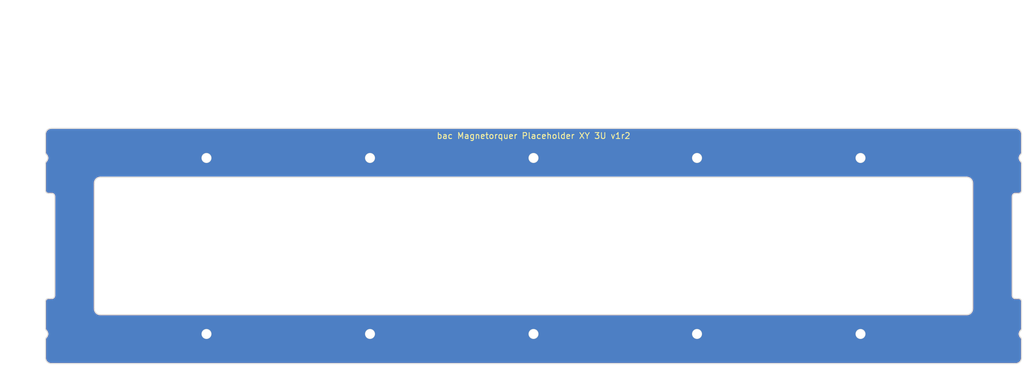
<source format=kicad_pcb>
(kicad_pcb (version 20240108) (generator "pcbnew") (generator_version "8.0")
  (title_block (title "bac Magnetorquer Placeholder XY 3U v1") (date "2025-03-20") (rev "2") (company "Build a CubeSat") (comment 1 "Manuel Imboden") (comment 2 "CC BY-SA 4.0") (comment 3 "https://buildacubesat.space"))
  (layers (0 "F.Cu" signal) (31 "B.Cu" mixed) (34 "B.Paste" user) (35 "F.Paste" user) (36 "B.SilkS" user "B.Silkscreen") (37 "F.SilkS" user "F.Silkscreen") (38 "B.Mask" user) (39 "F.Mask" user) (44 "Edge.Cuts" user))
  (net 0 "")
  (net 1 "GND")
  (footprint "MountingHole:MountingHole_3.2mm_M3_ISO14580_Pad_TopBottom" (layer "F.Cu") (at 149.460786 131.885785)
    (property "Reference" "H106" (hide yes))
    (property "Value" "MountingHole_Pad")
    (pad "1" thru_hole circle (at 0 0) (size 3.6 3.6) (drill 3.2) (layers "*.Cu" "*.Mask" "In1.Cu" "In2.Cu" "In3.Cu" "In4.Cu" "In5.Cu" "In6.Cu" "In7.Cu" "In8.Cu" "In9.Cu" "In10.Cu" "In11.Cu" "In12.Cu" "In13.Cu" "In14.Cu" "In15.Cu" "In16.Cu" "In17.Cu" "In18.Cu" "In19.Cu" "In20.Cu" "In21.Cu" "In22.Cu" "In23.Cu" "In24.Cu" "In25.Cu" "In26.Cu" "In27.Cu" "In28.Cu" "In29.Cu" "In30.Cu") (net 1 "GND"))
    (pad "1" connect circle (at 0 0) (size 5.5 5.5) (layers "F.Cu" "F.Mask") (net 1 "GND"))
    (pad "1" connect circle (at 0 0) (size 5.5 5.5) (layers "B.Cu" "B.Mask") (net 1 "GND"))
  )
  (footprint "MountingHole:MountingHole_3.2mm_M3_ISO14580_Pad_TopBottom" (layer "F.Cu") (at 314.45 72.7)
    (property "Reference" "H107" (hide yes))
    (property "Value" "MountingHole_Pad")
    (pad "1" thru_hole circle (at 0 0) (size 3.6 3.6) (drill 3.2) (layers "*.Cu" "*.Mask" "In1.Cu" "In2.Cu" "In3.Cu" "In4.Cu" "In5.Cu" "In6.Cu" "In7.Cu" "In8.Cu" "In9.Cu" "In10.Cu" "In11.Cu" "In12.Cu" "In13.Cu" "In14.Cu" "In15.Cu" "In16.Cu" "In17.Cu" "In18.Cu" "In19.Cu" "In20.Cu" "In21.Cu" "In22.Cu" "In23.Cu" "In24.Cu" "In25.Cu" "In26.Cu" "In27.Cu" "In28.Cu" "In29.Cu" "In30.Cu") (net 1 "GND"))
    (pad "1" connect circle (at 0 0) (size 5.5 5.5) (layers "F.Cu" "F.Mask") (net 1 "GND"))
    (pad "1" connect circle (at 0 0) (size 5.5 5.5) (layers "B.Cu" "B.Mask") (net 1 "GND"))
  )
  (footprint "MountingHole:MountingHole_3.2mm_M3_ISO14580_Pad_TopBottom" (layer "F.Cu") (at 149.460786 72.685785)
    (property "Reference" "H105" (hide yes))
    (property "Value" "MountingHole_Pad")
    (pad "1" thru_hole circle (at 0 0) (size 3.6 3.6) (drill 3.2) (layers "*.Cu" "*.Mask" "In1.Cu" "In2.Cu" "In3.Cu" "In4.Cu" "In5.Cu" "In6.Cu" "In7.Cu" "In8.Cu" "In9.Cu" "In10.Cu" "In11.Cu" "In12.Cu" "In13.Cu" "In14.Cu" "In15.Cu" "In16.Cu" "In17.Cu" "In18.Cu" "In19.Cu" "In20.Cu" "In21.Cu" "In22.Cu" "In23.Cu" "In24.Cu" "In25.Cu" "In26.Cu" "In27.Cu" "In28.Cu" "In29.Cu" "In30.Cu") (net 1 "GND"))
    (pad "1" connect circle (at 0 0) (size 5.5 5.5) (layers "F.Cu" "F.Mask") (net 1 "GND"))
    (pad "1" connect circle (at 0 0) (size 5.5 5.5) (layers "B.Cu" "B.Mask") (net 1 "GND"))
  )
  (footprint "MountingHole:MountingHole_3.2mm_M3_ISO14580_Pad_TopBottom" (layer "F.Cu") (at 94.45 131.9)
    (property "Reference" "H110" (hide yes))
    (property "Value" "MountingHole_Pad")
    (pad "1" thru_hole circle (at 0 0) (size 3.6 3.6) (drill 3.2) (layers "*.Cu" "*.Mask" "In1.Cu" "In2.Cu" "In3.Cu" "In4.Cu" "In5.Cu" "In6.Cu" "In7.Cu" "In8.Cu" "In9.Cu" "In10.Cu" "In11.Cu" "In12.Cu" "In13.Cu" "In14.Cu" "In15.Cu" "In16.Cu" "In17.Cu" "In18.Cu" "In19.Cu" "In20.Cu" "In21.Cu" "In22.Cu" "In23.Cu" "In24.Cu" "In25.Cu" "In26.Cu" "In27.Cu" "In28.Cu" "In29.Cu" "In30.Cu") (net 1 "GND"))
    (pad "1" connect circle (at 0 0) (size 5.5 5.5) (layers "F.Cu" "F.Mask") (net 1 "GND"))
    (pad "1" connect circle (at 0 0) (size 5.5 5.5) (layers "B.Cu" "B.Mask") (net 1 "GND"))
  )
  (footprint "MountingHole:MountingHole_3.2mm_M3_ISO14580_Pad_TopBottom" (layer "F.Cu") (at 259.460786 72.685785)
    (property "Reference" "H101" (hide yes))
    (property "Value" "MountingHole_Pad")
    (pad "1" thru_hole circle (at 0 0) (size 3.6 3.6) (drill 3.2) (layers "*.Cu" "*.Mask" "In1.Cu" "In2.Cu" "In3.Cu" "In4.Cu" "In5.Cu" "In6.Cu" "In7.Cu" "In8.Cu" "In9.Cu" "In10.Cu" "In11.Cu" "In12.Cu" "In13.Cu" "In14.Cu" "In15.Cu" "In16.Cu" "In17.Cu" "In18.Cu" "In19.Cu" "In20.Cu" "In21.Cu" "In22.Cu" "In23.Cu" "In24.Cu" "In25.Cu" "In26.Cu" "In27.Cu" "In28.Cu" "In29.Cu" "In30.Cu") (net 1 "GND"))
    (pad "1" connect circle (at 0 0) (size 5.5 5.5) (layers "F.Cu" "F.Mask") (net 1 "GND"))
    (pad "1" connect circle (at 0 0) (size 5.5 5.5) (layers "B.Cu" "B.Mask") (net 1 "GND"))
  )
  (footprint "MountingHole:MountingHole_3.2mm_M3_ISO14580_Pad_TopBottom" (layer "F.Cu") (at 204.460786 72.685785)
    (property "Reference" "H103" (hide yes))
    (property "Value" "MountingHole_Pad")
    (pad "1" thru_hole circle (at 0 0) (size 3.6 3.6) (drill 3.2) (layers "*.Cu" "*.Mask" "In1.Cu" "In2.Cu" "In3.Cu" "In4.Cu" "In5.Cu" "In6.Cu" "In7.Cu" "In8.Cu" "In9.Cu" "In10.Cu" "In11.Cu" "In12.Cu" "In13.Cu" "In14.Cu" "In15.Cu" "In16.Cu" "In17.Cu" "In18.Cu" "In19.Cu" "In20.Cu" "In21.Cu" "In22.Cu" "In23.Cu" "In24.Cu" "In25.Cu" "In26.Cu" "In27.Cu" "In28.Cu" "In29.Cu" "In30.Cu") (net 1 "GND"))
    (pad "1" connect circle (at 0 0) (size 5.5 5.5) (layers "F.Cu" "F.Mask") (net 1 "GND"))
    (pad "1" connect circle (at 0 0) (size 5.5 5.5) (layers "B.Cu" "B.Mask") (net 1 "GND"))
  )
  (footprint "MountingHole:MountingHole_3.2mm_M3_ISO14580_Pad_TopBottom" (layer "F.Cu") (at 204.460786 131.885785)
    (property "Reference" "H104" (hide yes))
    (property "Value" "MountingHole_Pad")
    (pad "1" thru_hole circle (at 0 0) (size 3.6 3.6) (drill 3.2) (layers "*.Cu" "*.Mask" "In1.Cu" "In2.Cu" "In3.Cu" "In4.Cu" "In5.Cu" "In6.Cu" "In7.Cu" "In8.Cu" "In9.Cu" "In10.Cu" "In11.Cu" "In12.Cu" "In13.Cu" "In14.Cu" "In15.Cu" "In16.Cu" "In17.Cu" "In18.Cu" "In19.Cu" "In20.Cu" "In21.Cu" "In22.Cu" "In23.Cu" "In24.Cu" "In25.Cu" "In26.Cu" "In27.Cu" "In28.Cu" "In29.Cu" "In30.Cu") (net 1 "GND"))
    (pad "1" connect circle (at 0 0) (size 5.5 5.5) (layers "F.Cu" "F.Mask") (net 1 "GND"))
    (pad "1" connect circle (at 0 0) (size 5.5 5.5) (layers "B.Cu" "B.Mask") (net 1 "GND"))
  )
  (footprint "MountingHole:MountingHole_3.2mm_M3_ISO14580_Pad_TopBottom" (layer "F.Cu") (at 94.45 72.7)
    (property "Reference" "H109" (hide yes))
    (property "Value" "MountingHole_Pad")
    (pad "1" thru_hole circle (at 0 0) (size 3.6 3.6) (drill 3.2) (layers "*.Cu" "*.Mask" "In1.Cu" "In2.Cu" "In3.Cu" "In4.Cu" "In5.Cu" "In6.Cu" "In7.Cu" "In8.Cu" "In9.Cu" "In10.Cu" "In11.Cu" "In12.Cu" "In13.Cu" "In14.Cu" "In15.Cu" "In16.Cu" "In17.Cu" "In18.Cu" "In19.Cu" "In20.Cu" "In21.Cu" "In22.Cu" "In23.Cu" "In24.Cu" "In25.Cu" "In26.Cu" "In27.Cu" "In28.Cu" "In29.Cu" "In30.Cu") (net 1 "GND"))
    (pad "1" connect circle (at 0 0) (size 5.5 5.5) (layers "F.Cu" "F.Mask") (net 1 "GND"))
    (pad "1" connect circle (at 0 0) (size 5.5 5.5) (layers "B.Cu" "B.Mask") (net 1 "GND"))
  )
  (footprint "MountingHole:MountingHole_3.2mm_M3_ISO14580_Pad_TopBottom" (layer "F.Cu") (at 314.45 131.9)
    (property "Reference" "H108" (hide yes))
    (property "Value" "MountingHole_Pad")
    (pad "1" thru_hole circle (at 0 0) (size 3.6 3.6) (drill 3.2) (layers "*.Cu" "*.Mask" "In1.Cu" "In2.Cu" "In3.Cu" "In4.Cu" "In5.Cu" "In6.Cu" "In7.Cu" "In8.Cu" "In9.Cu" "In10.Cu" "In11.Cu" "In12.Cu" "In13.Cu" "In14.Cu" "In15.Cu" "In16.Cu" "In17.Cu" "In18.Cu" "In19.Cu" "In20.Cu" "In21.Cu" "In22.Cu" "In23.Cu" "In24.Cu" "In25.Cu" "In26.Cu" "In27.Cu" "In28.Cu" "In29.Cu" "In30.Cu") (net 1 "GND"))
    (pad "1" connect circle (at 0 0) (size 5.5 5.5) (layers "F.Cu" "F.Mask") (net 1 "GND"))
    (pad "1" connect circle (at 0 0) (size 5.5 5.5) (layers "B.Cu" "B.Mask") (net 1 "GND"))
  )
  (footprint "MountingHole:MountingHole_3.2mm_M3_ISO14580_Pad_TopBottom" (layer "F.Cu") (at 259.460786 131.885785)
    (property "Reference" "H102" (hide yes))
    (property "Value" "MountingHole_Pad")
    (pad "1" thru_hole circle (at 0 0) (size 3.6 3.6) (drill 3.2) (layers "*.Cu" "*.Mask" "In1.Cu" "In2.Cu" "In3.Cu" "In4.Cu" "In5.Cu" "In6.Cu" "In7.Cu" "In8.Cu" "In9.Cu" "In10.Cu" "In11.Cu" "In12.Cu" "In13.Cu" "In14.Cu" "In15.Cu" "In16.Cu" "In17.Cu" "In18.Cu" "In19.Cu" "In20.Cu" "In21.Cu" "In22.Cu" "In23.Cu" "In24.Cu" "In25.Cu" "In26.Cu" "In27.Cu" "In28.Cu" "In29.Cu" "In30.Cu") (net 1 "GND"))
    (pad "1" connect circle (at 0 0) (size 5.5 5.5) (layers "F.Cu" "F.Mask") (net 1 "GND"))
    (pad "1" connect circle (at 0 0) (size 5.5 5.5) (layers "B.Cu" "B.Mask") (net 1 "GND"))
  )
  (gr_arc (start 368.353094 73.84035) (mid 368.580664 74.169718) (end 368.660785 74.561952) (stroke (width 0.2)) (layer "Edge.Cuts"))
  (gr_circle (center 204.460786 72.685786) (end 204.460786 71.085785) (stroke (width 0.2)) (fill none) (layer "Edge.Cuts"))
  (gr_line (start 56.760786 81.185785) (end 56.760786 123.385788) (stroke (width 0.2)) (layer "Edge.Cuts"))
  (gr_line (start 40.260786 133.761954) (end 40.260786 139.885788) (stroke (width 0.2)) (layer "Edge.Cuts"))
  (gr_line (start 368.660786 83.625786) (end 368.660785 74.561952) (stroke (width 0.2)) (layer "Edge.Cuts"))
  (gr_line (start 366.660785 62.685786) (end 42.260787 62.685786) (stroke (width 0.2)) (layer "Edge.Cuts"))
  (gr_arc (start 40.260786 120.945785) (mid 40.553679 120.238679) (end 41.260786 119.945786) (stroke (width 0.2)) (layer "Edge.Cuts"))
  (gr_arc (start 40.260786 133.761954) (mid 40.34092 133.36972) (end 40.568478 133.04035) (stroke (width 0.2)) (layer "Edge.Cuts"))
  (gr_arc (start 42.260785 141.885786) (mid 40.846572 141.3) (end 40.260786 139.885788) (stroke (width 0.2)) (layer "Edge.Cuts"))
  (gr_line (start 40.260787 64.685786) (end 40.260786 70.80962) (stroke (width 0.2)) (layer "Edge.Cuts"))
  (gr_arc (start 40.568478 71.531222) (mid 40.340908 71.201854) (end 40.260786 70.80962) (stroke (width 0.2)) (layer "Edge.Cuts"))
  (gr_arc (start 40.568478 71.531222) (mid 41.060786 72.685786) (end 40.568478 73.84035) (stroke (width 0.2)) (layer "Edge.Cuts"))
  (gr_arc (start 40.260787 74.561986) (mid 40.340931 74.169728) (end 40.568478 73.84035) (stroke (width 0.2)) (layer "Edge.Cuts"))
  (gr_line (start 42.260785 141.885786) (end 366.660788 141.885786) (stroke (width 0.2)) (layer "Edge.Cuts"))
  (gr_arc (start 368.660786 83.625786) (mid 368.367893 84.332893) (end 367.660786 84.625786) (stroke (width 0.2)) (layer "Edge.Cuts"))
  (gr_arc (start 42.389716 84.625786) (mid 43.096775 84.918662) (end 43.389637 85.625706) (stroke (width 0.2)) (layer "Edge.Cuts"))
  (gr_arc (start 366.531938 119.945786) (mid 365.824829 119.652891) (end 365.531935 118.945784) (stroke (width 0.2)) (layer "Edge.Cuts"))
  (gr_line (start 368.660786 130.009619) (end 368.660786 120.945785) (stroke (width 0.2)) (layer "Edge.Cuts"))
  (gr_arc (start 367.660787 119.945786) (mid 368.367893 120.238679) (end 368.660786 120.945785) (stroke (width 0.2)) (layer "Edge.Cuts"))
  (gr_line (start 365.531935 118.945784) (end 365.531935 85.625786) (stroke (width 0.2)) (layer "Edge.Cuts"))
  (gr_circle (center 94.460786 72.685786) (end 94.460786 71.085785) (stroke (width 0.2)) (fill none) (layer "Edge.Cuts"))
  (gr_circle (center 314.460786 131.885786) (end 314.460786 130.285786) (stroke (width 0.2)) (fill none) (layer "Edge.Cuts"))
  (gr_circle (center 314.460786 72.685786) (end 314.460786 71.085785) (stroke (width 0.2)) (fill none) (layer "Edge.Cuts"))
  (gr_arc (start 368.353094 133.04035) (mid 368.580652 133.36972) (end 368.660785 133.761953) (stroke (width 0.2)) (layer "Edge.Cuts"))
  (gr_line (start 368.660786 139.885787) (end 368.660786 133.761954) (stroke (width 0.2)) (layer "Edge.Cuts"))
  (gr_arc (start 368.353094 133.04035) (mid 367.860786 131.885786) (end 368.353094 130.731222) (stroke (width 0.2)) (layer "Edge.Cuts"))
  (gr_arc (start 368.660786 70.809586) (mid 368.580641 71.201844) (end 368.353094 71.531222) (stroke (width 0.2)) (layer "Edge.Cuts"))
  (gr_arc (start 368.353094 73.84035) (mid 367.860786 72.685786) (end 368.353094 71.531222) (stroke (width 0.2)) (layer "Edge.Cuts"))
  (gr_line (start 58.760785 125.385786) (end 350.160788 125.385786) (stroke (width 0.2)) (layer "Edge.Cuts"))
  (gr_line (start 366.531935 84.625786) (end 367.660786 84.625786) (stroke (width 0.2)) (layer "Edge.Cuts"))
  (gr_arc (start 365.531935 85.625786) (mid 365.824828 84.918679) (end 366.531935 84.625786) (stroke (width 0.2)) (layer "Edge.Cuts"))
  (gr_line (start 367.660787 119.945786) (end 366.531938 119.945786) (stroke (width 0.2)) (layer "Edge.Cuts"))
  (gr_arc (start 40.568478 130.731222) (mid 41.060786 131.885786) (end 40.568478 133.04035) (stroke (width 0.2)) (layer "Edge.Cuts"))
  (gr_circle (center 259.460786 72.685786) (end 259.460786 71.085785) (stroke (width 0.2)) (fill none) (layer "Edge.Cuts"))
  (gr_circle (center 259.460786 131.885786) (end 259.460786 130.285786) (stroke (width 0.2)) (fill none) (layer "Edge.Cuts"))
  (gr_circle (center 149.460786 72.685786) (end 149.460786 71.085785) (stroke (width 0.2)) (fill none) (layer "Edge.Cuts"))
  (gr_circle (center 149.460786 131.885786) (end 149.460786 130.285786) (stroke (width 0.2)) (fill none) (layer "Edge.Cuts"))
  (gr_line (start 352.160786 123.385788) (end 352.160786 81.185785) (stroke (width 0.2)) (layer "Edge.Cuts"))
  (gr_arc (start 352.160786 123.385788) (mid 351.575 124.8) (end 350.160788 125.385786) (stroke (width 0.2)) (layer "Edge.Cuts"))
  (gr_line (start 350.160786 79.185785) (end 58.760786 79.185785) (stroke (width 0.2)) (layer "Edge.Cuts"))
  (gr_arc (start 350.160786 79.185785) (mid 351.575 79.771572) (end 352.160786 81.185785) (stroke (width 0.2)) (layer "Edge.Cuts"))
  (gr_arc (start 56.760786 81.185785) (mid 57.346572 79.771572) (end 58.760786 79.185785) (stroke (width 0.2)) (layer "Edge.Cuts"))
  (gr_line (start 40.260786 120.945785) (end 40.260786 130.009619) (stroke (width 0.2)) (layer "Edge.Cuts"))
  (gr_arc (start 40.568478 130.731222) (mid 40.34092 130.401852) (end 40.260786 130.009619) (stroke (width 0.2)) (layer "Edge.Cuts"))
  (gr_arc (start 43.389637 118.945783) (mid 43.096743 119.652891) (end 42.389634 119.945786) (stroke (width 0.2)) (layer "Edge.Cuts"))
  (gr_line (start 42.389634 119.945786) (end 41.260786 119.945786) (stroke (width 0.2)) (layer "Edge.Cuts"))
  (gr_line (start 43.389637 85.625706) (end 43.389637 118.945783) (stroke (width 0.2)) (layer "Edge.Cuts"))
  (gr_line (start 41.260786 84.625786) (end 42.389716 84.625786) (stroke (width 0.2)) (layer "Edge.Cuts"))
  (gr_circle (center 204.460786 131.885786) (end 204.460786 130.285786) (stroke (width 0.2)) (fill none) (layer "Edge.Cuts"))
  (gr_circle (center 94.460786 131.885786) (end 94.460786 130.285786) (stroke (width 0.2)) (fill none) (layer "Edge.Cuts"))
  (gr_arc (start 368.660786 130.009619) (mid 368.580652 130.401852) (end 368.353094 130.731222) (stroke (width 0.2)) (layer "Edge.Cuts"))
  (gr_arc (start 368.660786 139.885787) (mid 368.075 141.3) (end 366.660788 141.885786) (stroke (width 0.2)) (layer "Edge.Cuts"))
  (gr_line (start 40.260787 74.561986) (end 40.260786 83.625786) (stroke (width 0.2)) (layer "Edge.Cuts"))
  (gr_arc (start 366.660785 62.685786) (mid 368.075 63.271572) (end 368.660785 64.685786) (stroke (width 0.2)) (layer "Edge.Cuts"))
  (gr_line (start 368.660786 70.809586) (end 368.660785 64.685786) (stroke (width 0.2)) (layer "Edge.Cuts"))
  (gr_arc (start 41.260786 84.625786) (mid 40.553679 84.332893) (end 40.260786 83.625786) (stroke (width 0.2)) (layer "Edge.Cuts"))
  (gr_line (start 368.660785 133.761953) (end 368.660786 133.761954) (stroke (width 0.2)) (layer "Edge.Cuts"))
  (gr_arc (start 58.760785 125.385786) (mid 57.346572 124.8) (end 56.760786 123.385788) (stroke (width 0.2)) (layer "Edge.Cuts"))
  (gr_arc (start 40.260787 64.685786) (mid 40.846572 63.271572) (end 42.260787 62.685786) (stroke (width 0.2)) (layer "Edge.Cuts"))
  (gr_text "${TITLE}r${REVISION}" (at 204.485786 65.235785 0) (layer "F.SilkS") (effects (font (size 2 2) (thickness 0.3))))
  (zone (net 1) (net_name "GND") (layers "F.Cu" "B.Cu") (name "GND") (connect_pads yes (clearance 0)) (min_thickness 0.25) (fill yes (thermal_gap 0.5) (thermal_bridge_width 0.5) (smoothing fillet) (radius 1) (island_removal_mode 1) (island_area_min 10))
    (polygon (pts (xy 39.960786 62.285785) (xy 369.460786 62.285785) (xy 369.460786 142.285785) (xy 40 142.25)))
  )
)
</source>
